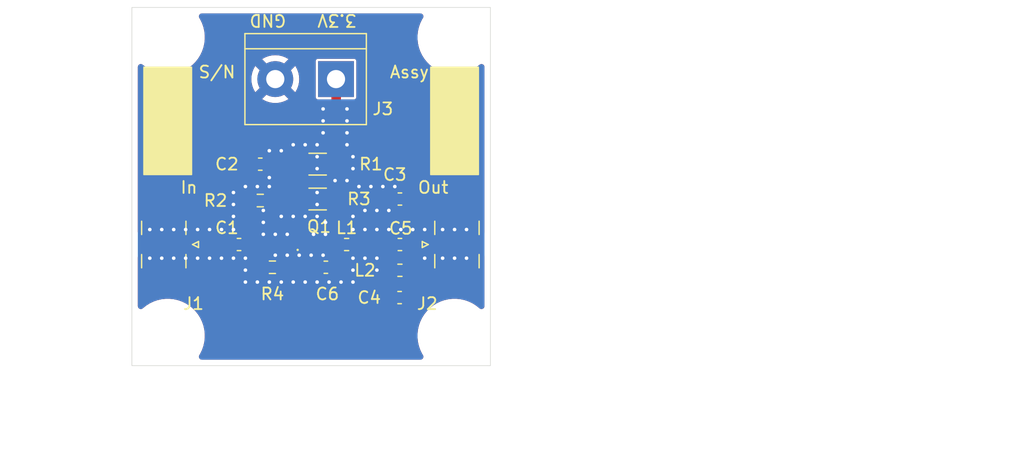
<source format=kicad_pcb>
(kicad_pcb (version 20240108) (generator "pcbnew") (generator_version "8.0")
  (title_block (title "Amplificador TX") (date "2025-01-09") (rev "v1.2") (company "Cotti Nicolas Gabriel") (comment 1 "ncotti@frba.utn.edu.ar"))
  (layers (0 "F.Cu" signal) (31 "B.Cu" signal) (34 "B.Paste" user) (35 "F.Paste" user) (36 "B.SilkS" user "B.Silkscreen") (37 "F.SilkS" user "F.Silkscreen") (38 "B.Mask" user) (39 "F.Mask" user) (44 "Edge.Cuts" user))
  (net 0 "")
  (net 1 "Net-(Q1-B)")
  (net 2 "Net-(J1-In)")
  (net 3 "GND")
  (net 4 "Net-(C2-Pad1)")
  (net 5 "Net-(Q1-C)")
  (net 6 "Net-(C4-Pad2)")
  (net 7 "Net-(C5-Pad1)")
  (net 8 "Net-(J2-In)")
  (net 9 "Net-(C6-Pad1)")
  (net 10 "+3.3V")
  (footprint "Capacitor_SMD:C_0603_1608Metric_Pad1.08x0.95mm_HandSolder" (layer "F.Cu") (at 110.744 103.124 180)
    (property "Reference" "C2" (at 2.794 0 0) (layer "F.SilkS"))
    (property "Value" "220nF")
    (fp_line (start -0.146267 0.51) (end 0.146267 0.51) (stroke (width 0.12)) (layer "F.SilkS"))
    (fp_line (start -0.146267 -0.51) (end 0.146267 -0.51) (stroke (width 0.12)) (layer "F.SilkS"))
    (pad "1" smd roundrect (at -0.8625 0 180) (size 1.075 0.95) (layers "F.Cu" "F.Paste" "F.Mask") (net 4 "Net-(C2-Pad1)"))
    (pad "2" smd roundrect (at 0.8625 0 180) (size 1.075 0.95) (layers "F.Cu" "F.Paste" "F.Mask") (net 3 "GND"))
  )
  (footprint "Resistor_SMD:R_1206_3216Metric_Pad1.30x1.75mm_HandSolder" (layer "F.Cu") (at 115.544 103.124)
    (property "Reference" "R1" (at 4.456 0 0) (layer "F.SilkS"))
    (property "Value" "47R")
    (fp_line (start -0.727064 -0.91) (end 0.727064 -0.91) (stroke (width 0.12)) (layer "F.SilkS"))
    (fp_line (start -0.727064 0.91) (end 0.727064 0.91) (stroke (width 0.12)) (layer "F.SilkS"))
    (pad "1" smd roundrect (at -1.55 0) (size 1.3 1.75) (layers "F.Cu" "F.Paste" "F.Mask") (roundrect_rratio 0.192308) (net 4 "Net-(C2-Pad1)"))
    (pad "2" smd roundrect (at 1.55 0) (size 1.3 1.75) (layers "F.Cu" "F.Paste" "F.Mask") (roundrect_rratio 0.192308) (net 10 "+3.3V"))
  )
  (footprint "Capacitor_SMD:C_0603_1608Metric_Pad1.08x0.95mm_HandSolder" (layer "F.Cu") (at 116.2315 111.76)
    (property "Reference" "C6" (at 0.127 2.24 0) (layer "F.SilkS"))
    (property "Value" "220nF")
    (fp_line (start -0.146267 -0.51) (end 0.146267 -0.51) (stroke (width 0.12)) (layer "F.SilkS"))
    (fp_line (start -0.146267 0.51) (end 0.146267 0.51) (stroke (width 0.12)) (layer "F.SilkS"))
    (pad "1" smd roundrect (at -0.8625 0) (size 1.075 0.95) (layers "F.Cu" "F.Paste" "F.Mask") (net 9 "Net-(C6-Pad1)"))
    (pad "2" smd roundrect (at 0.8625 0) (size 1.075 0.95) (layers "F.Cu" "F.Paste" "F.Mask") (net 5 "Net-(Q1-C)"))
  )
  (footprint "Inductor_SMD:L_0603_1608Metric_Pad1.05x0.95mm_HandSolder" (layer "F.Cu") (at 117.969 109.855)
    (property "Reference" "L1" (at 0 -1.397 0) (layer "F.SilkS"))
    (property "Value" "22nH")
    (fp_line (start -0.171267 -0.51) (end 0.171267 -0.51) (stroke (width 0.12)) (layer "F.SilkS"))
    (fp_line (start -0.171267 0.51) (end 0.171267 0.51) (stroke (width 0.12)) (layer "F.SilkS"))
    (pad "1" smd roundrect (at -0.875 0) (size 1.05 0.95) (layers "F.Cu" "F.Paste" "F.Mask") (net 5 "Net-(Q1-C)"))
    (pad "2" smd roundrect (at 0.875 0) (size 1.05 0.95) (layers "F.Cu" "F.Paste" "F.Mask") (net 7 "Net-(C5-Pad1)"))
  )
  (footprint "Connector_Coaxial:SMA_Samtec_SMA-J-P-X-ST-EM1_EdgeMount" (layer "F.Cu") (at 127.054 109.855 90)
    (property "Reference" "J2" (at -4.953 -2.34 180) (layer "F.SilkS"))
    (property "Value" "Conn_Coaxial")
    (fp_line (start 0.25 -2.76) (end -0.25 -2.76) (stroke (width 0.12)) (layer "F.SilkS"))
    (fp_line (start -0.25 -2.76) (end 0 -2.26) (stroke (width 0.12)) (layer "F.SilkS"))
    (fp_line (start 0 -2.26) (end 0.25 -2.76) (stroke (width 0.12)) (layer "F.SilkS"))
    (fp_line (start 0.84 -1.71) (end 1.95 -1.71) (stroke (width 0.12)) (layer "F.SilkS"))
    (fp_line (start -1.95 -1.71) (end -0.84 -1.71) (stroke (width 0.12)) (layer "F.SilkS"))
    (fp_line (start 0.84 2) (end 1.95 2) (stroke (width 0.12)) (layer "F.SilkS"))
    (fp_line (start -1.95 2) (end -0.84 2) (stroke (width 0.12)) (layer "F.SilkS"))
    (pad "1" smd rect (at 0 0.2 90) (size 1.27 3.6) (layers "F.Cu" "F.Paste" "F.Mask") (net 8 "Net-(J2-In)"))
    (pad "2" smd rect (at -2.825 0 90) (size 1.35 4.2) (layers "F.Cu" "F.Paste" "F.Mask") (net 3 "GND"))
    (pad "2" smd rect (at -2.825 0 90) (size 1.35 4.2) (layers "B.Cu" "B.Paste" "B.Mask") (net 3 "GND"))
    (pad "2" smd rect (at 2.825 0 90) (size 1.35 4.2) (layers "F.Cu" "F.Paste" "F.Mask") (net 3 "GND"))
    (pad "2" smd rect (at 2.825 0 90) (size 1.35 4.2) (layers "B.Cu" "B.Paste" "B.Mask") (net 3 "GND"))
  )
  (footprint "Capacitor_SMD:C_0603_1608Metric_Pad1.08x0.95mm_HandSolder" (layer "F.Cu") (at 122.428 109.855)
    (property "Reference" "C5" (at 0.072 -1.355 0) (layer "F.SilkS"))
    (property "Value" "1uF")
    (fp_line (start -0.146267 -0.51) (end 0.146267 -0.51) (stroke (width 0.12)) (layer "F.SilkS"))
    (fp_line (start -0.146267 0.51) (end 0.146267 0.51) (stroke (width 0.12)) (layer "F.SilkS"))
    (pad "1" smd roundrect (at -0.8625 0) (size 1.075 0.95) (layers "F.Cu" "F.Paste" "F.Mask") (net 7 "Net-(C5-Pad1)"))
    (pad "2" smd roundrect (at 0.8625 0) (size 1.075 0.95) (layers "F.Cu" "F.Paste" "F.Mask") (net 8 "Net-(J2-In)"))
  )
  (footprint "Resistor_SMD:R_0603_1608Metric_Pad0.98x0.95mm_HandSolder" (layer "F.Cu") (at 111.76 111.76 180)
    (property "Reference" "R4" (at 0 -2.24 0) (layer "F.SilkS"))
    (property "Value" "910R")
    (fp_line (start -0.254724 0.5225) (end 0.254724 0.5225) (stroke (width 0.12)) (layer "F.SilkS"))
    (fp_line (start -0.254724 -0.5225) (end 0.254724 -0.5225) (stroke (width 0.12)) (layer "F.SilkS"))
    (pad "1" smd roundrect (at -0.9125 0 180) (size 0.975 0.95) (layers "F.Cu" "F.Paste" "F.Mask") (net 9 "Net-(C6-Pad1)"))
    (pad "2" smd roundrect (at 0.9125 0 180) (size 0.975 0.95) (layers "F.Cu" "F.Paste" "F.Mask") (net 1 "Net-(Q1-B)"))
  )
  (footprint "Connector_Coaxial:SMA_Samtec_SMA-J-P-X-ST-EM1_EdgeMount" (layer "F.Cu") (at 102.816 109.855 -90)
    (property "Reference" "J1" (at 4.953 -2.34 180) (layer "F.SilkS"))
    (property "Value" "Conn_Coaxial")
    (fp_line (start -1.95 2) (end -0.84 2) (stroke (width 0.12)) (layer "F.SilkS"))
    (fp_line (start 0.84 2) (end 1.95 2) (stroke (width 0.12)) (layer "F.SilkS"))
    (fp_line (start -1.95 -1.71) (end -0.84 -1.71) (stroke (width 0.12)) (layer "F.SilkS"))
    (fp_line (start 0.84 -1.71) (end 1.95 -1.71) (stroke (width 0.12)) (layer "F.SilkS"))
    (fp_line (start 0 -2.26) (end 0.25 -2.76) (stroke (width 0.12)) (layer "F.SilkS"))
    (fp_line (start -0.25 -2.76) (end 0 -2.26) (stroke (width 0.12)) (layer "F.SilkS"))
    (fp_line (start 0.25 -2.76) (end -0.25 -2.76) (stroke (width 0.12)) (layer "F.SilkS"))
    (pad "1" smd rect (at 0 0.2 270) (size 1.27 3.6) (layers "F.Cu" "F.Paste" "F.Mask") (net 2 "Net-(J1-In)"))
    (pad "2" smd rect (at -2.825 0 270) (size 1.35 4.2) (layers "F.Cu" "F.Paste" "F.Mask") (net 3 "GND"))
    (pad "2" smd rect (at -2.825 0 270) (size 1.35 4.2) (layers "B.Cu" "B.Paste" "B.Mask") (net 3 "GND"))
    (pad "2" smd rect (at 2.825 0 270) (size 1.35 4.2) (layers "F.Cu" "F.Paste" "F.Mask") (net 3 "GND"))
    (pad "2" smd rect (at 2.825 0 270) (size 1.35 4.2) (layers "B.Cu" "B.Paste" "B.Mask") (net 3 "GND"))
  )
  (footprint "TerminalBlock:TerminalBlock_bornier-2_P5.08mm" (layer "F.Cu") (at 117.08 96 180)
    (property "Reference" "J3" (at -3.92 -2.5 180) (layer "F.SilkS"))
    (property "Value" "Screw_Terminal_01x02")
    (fp_line (start 7.62 3.81) (end 7.62 -3.81) (stroke (width 0.12)) (layer "F.SilkS"))
    (fp_line (start 7.62 2.54) (end -2.54 2.54) (stroke (width 0.12)) (layer "F.SilkS"))
    (fp_line (start 7.62 -3.81) (end -2.54 -3.81) (stroke (width 0.12)) (layer "F.SilkS"))
    (fp_line (start -2.54 3.81) (end 7.62 3.81) (stroke (width 0.12)) (layer "F.SilkS"))
    (fp_line (start -2.54 -3.81) (end -2.54 3.81) (stroke (width 0.12)) (layer "F.SilkS"))
    (pad "1" thru_hole rect (at 0 0 180) (size 3 3) (drill 1.52) (layers "*.Cu" "*.Mask") (net 10 "+3.3V"))
    (pad "2" thru_hole circle (at 5.08 0 180) (size 3 3) (drill 1.52) (layers "*.Cu" "*.Mask") (net 3 "GND"))
  )
  (footprint "Capacitor_SMD:C_0603_1608Metric_Pad1.08x0.95mm_HandSolder" (layer "F.Cu") (at 108.9665 109.855)
    (property "Reference" "C1" (at -1.0165 -1.397 0) (layer "F.SilkS"))
    (property "Value" "1uF")
    (fp_line (start -0.146267 -0.51) (end 0.146267 -0.51) (stroke (width 0.12)) (layer "F.SilkS"))
    (fp_line (start -0.146267 0.51) (end 0.146267 0.51) (stroke (width 0.12)) (layer "F.SilkS"))
    (pad "1" smd roundrect (at -0.8625 0) (size 1.075 0.95) (layers "F.Cu" "F.Paste" "F.Mask") (net 2 "Net-(J1-In)"))
    (pad "2" smd roundrect (at 0.8625 0) (size 1.075 0.95) (layers "F.Cu" "F.Paste" "F.Mask") (net 1 "Net-(Q1-B)"))
  )
  (footprint "Inductor_SMD:L_0603_1608Metric_Pad1.05x0.95mm_HandSolder" (layer "F.Cu") (at 122.428 112.014)
    (property "Reference" "L2" (at -2.928 0 0) (layer "F.SilkS"))
    (property "Value" "9.1nH")
    (fp_line (start -0.171267 -0.51) (end 0.171267 -0.51) (stroke (width 0.12)) (layer "F.SilkS"))
    (fp_line (start -0.171267 0.51) (end 0.171267 0.51) (stroke (width 0.12)) (layer "F.SilkS"))
    (pad "1" smd roundrect (at -0.875 0) (size 1.05 0.95) (layers "F.Cu" "F.Paste" "F.Mask") (net 7 "Net-(C5-Pad1)"))
    (pad "2" smd roundrect (at 0.875 0) (size 1.05 0.95) (layers "F.Cu" "F.Paste" "F.Mask") (net 6 "Net-(C4-Pad2)"))
  )
  (footprint "MountingHole:MountingHole_3.2mm_M3_ISO7380" (layer "F.Cu") (at 103 92.5)
    (property "Reference" "H1" (hide yes))
    (property "Value" "M3")
    (pad "" np_thru_hole circle (at 0 0) (size 3.2 3.2) (drill 3.2) (layers "F&B.Cu" "*.Mask") (clearance 1.5))
  )
  (footprint "Resistor_SMD:R_0603_1608Metric_Pad0.98x0.95mm_HandSolder" (layer "F.Cu") (at 110.744 106.172)
    (property "Reference" "R2" (at -3.744 0 0) (layer "F.SilkS"))
    (property "Value" "39k")
    (fp_line (start -0.254724 -0.5225) (end 0.254724 -0.5225) (stroke (width 0.12)) (layer "F.SilkS"))
    (fp_line (start -0.254724 0.5225) (end 0.254724 0.5225) (stroke (width 0.12)) (layer "F.SilkS"))
    (pad "1" smd roundrect (at -0.9125 0) (size 0.975 0.95) (layers "F.Cu" "F.Paste" "F.Mask") (net 1 "Net-(Q1-B)"))
    (pad "2" smd roundrect (at 0.9125 0) (size 0.975 0.95) (layers "F.Cu" "F.Paste" "F.Mask") (net 4 "Net-(C2-Pad1)"))
  )
  (footprint "MountingHole:MountingHole_3.2mm_M3_ISO7380" (layer "F.Cu") (at 127 92.5)
    (property "Reference" "H2" (hide yes))
    (property "Value" "M3")
    (pad "" np_thru_hole circle (at 0 0) (size 3.2 3.2) (drill 3.2) (layers "F&B.Cu" "*.Mask") (clearance 1.5))
  )
  (footprint "Capacitor_SMD:C_0603_1608Metric_Pad1.08x0.95mm_HandSolder" (layer "F.Cu") (at 122.4015 114.3)
    (property "Reference" "C4" (at -2.54 0 0) (layer "F.SilkS"))
    (property "Value" "4.7pF")
    (fp_line (start -0.146267 -0.51) (end 0.146267 -0.51) (stroke (width 0.12)) (layer "F.SilkS"))
    (fp_line (start -0.146267 0.51) (end 0.146267 0.51) (stroke (width 0.12)) (layer "F.SilkS"))
    (pad "1" smd roundrect (at -0.8625 0) (size 1.075 0.95) (layers "F.Cu" "F.Paste" "F.Mask") (net 3 "GND"))
    (pad "2" smd roundrect (at 0.8625 0) (size 1.075 0.95) (layers "F.Cu" "F.Paste" "F.Mask") (net 6 "Net-(C4-Pad2)"))
  )
  (footprint "Capacitor_SMD:C_0603_1608Metric_Pad1.08x0.95mm_HandSolder" (layer "F.Cu") (at 122.428 106.045 180)
    (property "Reference" "C3" (at 0.428 2.045 0) (layer "F.SilkS"))
    (property "Value" "8.2pF")
    (fp_line (start -0.146267 0.51) (end 0.146267 0.51) (stroke (width 0.12)) (layer "F.SilkS"))
    (fp_line (start -0.146267 -0.51) (end 0.146267 -0.51) (stroke (width 0.12)) (layer "F.SilkS"))
    (pad "1" smd roundrect (at -0.8625 0 180) (size 1.075 0.95) (layers "F.Cu" "F.Paste" "F.Mask") (net 3 "GND"))
    (pad "2" smd roundrect (at 0.8625 0 180) (size 1.075 0.95) (layers "F.Cu" "F.Paste" "F.Mask") (net 5 "Net-(Q1-C)"))
  )
  (footprint "Resistor_SMD:R_1206_3216Metric_Pad1.30x1.75mm_HandSolder" (layer "F.Cu") (at 115.544 106.045 180)
    (property "Reference" "R3" (at -3.455 0 0) (layer "F.SilkS"))
    (property "Value" "160R")
    (fp_line (start -0.727064 0.91) (end 0.727064 0.91) (stroke (width 0.12)) (layer "F.SilkS"))
    (fp_line (start -0.727064 -0.91) (end 0.727064 -0.91) (stroke (width 0.12)) (layer "F.SilkS"))
    (pad "1" smd roundrect (at -1.55 0 180) (size 1.3 1.75) (layers "F.Cu" "F.Paste" "F.Mask") (roundrect_rratio 0.192308) (net 5 "Net-(Q1-C)"))
    (pad "2" smd roundrect (at 1.55 0 180) (size 1.3 1.75) (layers "F.Cu" "F.Paste" "F.Mask") (roundrect_rratio 0.192308) (net 4 "Net-(C2-Pad1)"))
  )
  (footprint "MountingHole:MountingHole_3.2mm_M3_ISO7380" (layer "F.Cu") (at 127 117.5)
    (property "Reference" "H4" (hide yes))
    (property "Value" "M3")
    (pad "" np_thru_hole circle (at 0 0) (size 3.2 3.2) (drill 3.2) (layers "F&B.Cu" "*.Mask") (clearance 1.5))
  )
  (footprint "MountingHole:MountingHole_3.2mm_M3_ISO7380" (layer "F.Cu") (at 103 117.5)
    (property "Reference" "H3" (hide yes))
    (property "Value" "M3")
    (pad "" np_thru_hole circle (at 0 0) (size 3.2 3.2) (drill 3.2) (layers "F&B.Cu" "*.Mask") (clearance 1.5))
  )
  (footprint "vlc:TSLP-3-9" (layer "F.Cu") (at 114.06135 109.555 90)
    (property "Reference" "Q1" (at 0.6144 0.49265 0) (layer "F.SilkS") (effects (justify left bottom)))
    (property "Value" "BFR740L3RH")
    (fp_circle (center -0.75 -0.18775) (end -0.7 -0.18775) (stroke (width 0.1)) (fill none) (layer "F.SilkS"))
    (pad "1" smd rect (at -0.3 -0.18725 90) (size 0.35 0.225) (layers "F.Cu" "F.Paste") (net 1 "Net-(Q1-B)") (clearance 0.15))
    (pad "2" smd rect (at -0.3 0.18725 90) (size 0.35 0.225) (layers "F.Cu" "F.Paste") (net 5 "Net-(Q1-C)") (clearance 0.15))
    (pad "3" smd rect (at 0.3 0.00025 90) (size 0.45 0.6) (layers "F.Cu" "F.Paste") (net 3 "GND"))
  )
  (gr_poly (pts (xy 115.196022 109.577521) (xy 114.647312 109.83848) (xy 115.196022 110.136321)) (stroke (width 0.2)) (fill solid) (layer "F.Cu") (net 5))
  (gr_poly (pts (xy 112.8678 110.1344) (xy 113.41651 109.873441) (xy 112.8678 109.5756)) (stroke (width 0.2)) (fill solid) (layer "F.Cu") (net 1))
  (gr_rect (start 125 95) (end 129 104) (stroke (width 0.1)) (fill solid) (layer "F.SilkS"))
  (gr_rect (start 101 95) (end 105 104) (stroke (width 0.1)) (fill solid) (layer "F.SilkS"))
  (gr_rect (start 100 90) (end 130 120) (stroke (width 0.05)) (fill none) (layer "Edge.Cuts"))
  (gr_text "3.3V" (at 118.872 90.5 180) (layer "F.SilkS") (effects (font (size 1 1)) (justify left bottom)))
  (gr_text "S/N" (at 105.5 96 0) (layer "F.SilkS") (effects (font (size 1 1)) (justify left bottom)))
  (gr_text "In" (at 103.9876 105.664 0) (layer "F.SilkS") (effects (font (size 1 1)) (justify left bottom)))
  (gr_text "GND" (at 113 90.5 180) (layer "F.SilkS") (effects (font (size 1 1)) (justify left bottom)))
  (gr_text "Out" (at 123.8504 105.664 0) (layer "F.SilkS") (effects (font (size 1 1)) (justify left bottom)))
  (gr_text "Assy" (at 121.5 96 0) (layer "F.SilkS") (effects (font (size 1 1)) (justify left bottom)))
  (segment (start 109.8315 106.172) (end 109.8315 109.8525) (width 0.8) (layer "F.Cu") (net 1))
  (segment (start 111.604 109.858) (end 111.607 109.855) (width 0.8) (layer "F.Cu") (net 1))
  (segment (start 111.099 109.855) (end 111.607 109.855) (width 0.8) (layer "F.Cu") (net 1))
  (segment (start 109.8315 109.8525) (end 109.829 109.855) (width 0.8) (layer "F.Cu") (net 1))
  (segment (start 110.8475 111.76) (end 110.8475 110.1065) (width 0.8) (layer "F.Cu") (net 1))
  (segment (start 110.8475 110.1065) (end 111.099 109.855) (width 0.8) (layer "F.Cu") (net 1))
  (segment (start 111.607 109.855) (end 112.75 109.855) (width 0.8) (layer "F.Cu") (net 1))
  (segment (start 113.8741 109.855) (end 112.75 109.855) (width 0.2) (layer "F.Cu") (net 1))
  (segment (start 111.099 109.855) (end 109.829 109.855) (width 0.8) (layer "F.Cu") (net 1))
  (segment (start 108.104 109.855) (end 102.616 109.855) (width 0.8) (layer "F.Cu") (net 2))
  (via (at 105.5 111) (size 0.5) (drill 0.3) (layers "F.Cu" "B.Cu") (net 3))
  (via (at 120.5 111) (size 0.5) (drill 0.3) (layers "F.Cu" "B.Cu") (net 3))
  (via (at 119 105) (size 0.5) (drill 0.3) (layers "F.Cu" "B.Cu") (net 3))
  (via (at 113.5 107.5) (size 0.5) (drill 0.3) (layers "F.Cu" "B.Cu") (net 3))
  (via (at 103.5 108.6) (size 0.5) (drill 0.3) (layers "F.Cu" "B.Cu") (net 3))
  (via (at 108.5 107.5) (size 0.5) (drill 0.3) (layers "F.Cu" "B.Cu") (net 3))
  (via (at 115.2 109) (size 0.5) (drill 0.3) (layers "F.Cu" "B.Cu") (net 3))
  (via (at 126 111) (size 0.5) (drill 0.3) (layers "F.Cu" "B.Cu") (net 3))
  (via (at 118 100.5) (size 0.5) (drill 0.3) (layers "F.Cu" "B.Cu") (net 3))
  (via (at 116.2 108) (size 0.5) (drill 0.3) (layers "F.Cu" "B.Cu") (net 3))
  (via (at 111.5 104.25) (size 0.5) (drill 0.3) (layers "F.Cu" "B.Cu") (net 3))
  (via (at 114.5 113) (size 0.5) (drill 0.3) (layers "F.Cu" "B.Cu") (net 3))
  (via (at 118 98.5) (size 0.5) (drill 0.3) (layers "F.Cu" "B.Cu") (net 3))
  (via (at 127 108.6) (size 0.5) (drill 0.3) (layers "F.Cu" "B.Cu") (net 3))
  (via (at 102.5 111) (size 0.5) (drill 0.3) (layers "F.Cu" "B.Cu") (net 3))
  (via (at 122 105) (size 0.5) (drill 0.3) (layers "F.Cu" "B.Cu") (net 3))
  (via (at 118.5 112) (size 0.5) (drill 0.3) (layers "F.Cu" "B.Cu") (net 3))
  (via (at 115.5 101.5) (size 0.5) (drill 0.3) (layers "F.Cu" "B.Cu") (net 3))
  (via (at 120 105) (size 0.5) (drill 0.3) (layers "F.Cu" "B.Cu") (net 3))
  (via (at 115.5 105.5) (size 0.5) (drill 0.3) (layers "F.Cu" "B.Cu") (net 3))
  (via (at 118.5 113) (size 0.5) (drill 0.3) (layers "F.Cu" "B.Cu") (net 3))
  (via (at 117.5 113) (size 0.5) (drill 0.3) (layers "F.Cu" "B.Cu") (net 3))
  (via (at 107.5 108.6) (size 0.5) (drill 0.3) (layers "F.Cu" "B.Cu") (net 3))
  (via (at 101.5 108.6) (size 0.5) (drill 0.3) (layers "F.Cu" "B.Cu") (net 3))
  (via (at 113 110.75) (size 0.5) (drill 0.3) (layers "F.Cu" "B.Cu") (net 3))
  (via (at 119.5 111) (size 0.5) (drill 0.3) (layers "F.Cu" "B.Cu") (net 3))
  (via (at 113.5 101.5) (size 0.5) (drill 0.3) (layers "F.Cu" "B.Cu") (net 3))
  (via (at 112.5 113) (size 0.5) (drill 0.3) (layers "F.Cu" "B.Cu") (net 3))
  (via (at 123.5 108.6) (size 0.5) (drill 0.3) (layers "F.Cu" "B.Cu") (net 3))
  (via (at 101.5 111) (size 0.5) (drill 0.3) (layers "F.Cu" "B.Cu") (net 3))
  (via (at 111 108) (size 0.5) (drill 0.3) (layers "F.Cu" "B.Cu") (net 3))
  (via (at 114 110.75) (size 0.5) (drill 0.3) (layers "F.Cu" "B.Cu") (net 3))
  (via (at 111.5 102) (size 0.5) (drill 0.3) (layers "F.Cu" "B.Cu") (net 3))
  (via (at 114.5 101.5) (size 0.5) (drill 0.3) (layers "F.Cu" "B.Cu") (net 3))
  (via (at 108.5 111) (size 0.5) (drill 0.3) (layers "F.Cu" "B.Cu") (net 3))
  (via (at 119.5 108.6) (size 0.5) (drill 0.3) (layers "F.Cu" "B.Cu") (net 3))
  (via (at 115.5 113) (size 0.5) (drill 0.3) (layers "F.Cu" "B.Cu") (net 3))
  (via (at 112.5 102) (size 0.5) (drill 0.3) (layers "F.Cu" "B.Cu") (net 3))
  (via (at 118.5 111) (size 0.5) (drill 0.3) (layers "F.Cu" "B.Cu") (net 3))
  (via (at 116.2 109) (size 0.5) (drill 0.3) (layers "F.Cu" "B.Cu") (net 3))
  (via (at 106.5 111) (size 0.5) (drill 0.3) (layers "F.Cu" "B.Cu") (net 3))
  (via (at 117 104.5) (size 0.5) (drill 0.3) (layers "F.Cu" "B.Cu") (net 3))
  (via (at 108.5 105.5) (size 0.5) (drill 0.3) (layers "F.Cu" "B.Cu") (net 3))
  (via (at 126 108.6) (size 0.5) (drill 0.3) (layers "F.Cu" "B.Cu") (net 3))
  (via (at 124.5 111) (size 0.5) (drill 0.3) (layers "F.Cu" "B.Cu") (net 3))
  (via (at 127 111) (size 0.5) (drill 0.3) (layers "F.Cu" "B.Cu") (net 3))
  (via (at 105.5 108.6) (size 0.5) (drill 0.3) (layers "F.Cu" "B.Cu") (net 3))
  (via (at 109.5 112) (size 0.5) (drill 0.3) (layers "F.Cu" "B.Cu") (net 3))
  (via (at 113.5 113) (size 0.5) (drill 0.3) (layers "F.Cu" "B.Cu") (net 3))
  (via (at 108.5 106.5) (size 0.5) (drill 0.3) (layers "F.Cu" "B.Cu") (net 3))
  (via (at 106.5 108.6) (size 0.5) (drill 0.3) (layers "F.Cu" "B.Cu") (net 3))
  (via (at 118.5 103.5) (size 0.5) (drill 0.3) (layers "F.Cu" "B.Cu") (net 3))
  (via (at 121.5 108.6) (size 0.5) (drill 0.3) (layers "F.Cu" "B.Cu") (net 3))
  (via (at 112 110.75) (size 0.5) (drill 0.3) (layers "F.Cu" "B.Cu") (net 3))
  (via (at 115.5 106.5) (size 0.5) (drill 0.3) (layers "F.Cu" "B.Cu") (net 3))
  (via (at 120.5 112) (size 0.5) (drill 0.3) (layers "F.Cu" "B.Cu") (net 3))
  (via (at 121.5 107) (size 0.5) (drill 0.3) (layers "F.Cu" "B.Cu") (net 3))
  (via (at 122.5 108.6) (size 0.5) (drill 0.3) (layers "F.Cu" "B.Cu") (net 3))
  (via (at 118.5 107.5) (size 0.5) (drill 0.3) (layers "F.Cu" "B.Cu") (net 3))
  (via (at 107.5 111) (size 0.5) (drill 0.3) (layers "F.Cu" "B.Cu") (net 3))
  (via (at 112.5 107.5) (size 0.5) (drill 0.3) (layers "F.Cu" "B.Cu") (net 3))
  (via (at 116.5 113) (size 0.5) (drill 0.3) (layers "F.Cu" "B.Cu") (net 3))
  (via (at 108.5 108.6) (size 0.5) (drill 0.3) (layers "F.Cu" "B.Cu") (net 3))
  (via (at 115.5 107.5) (size 0.5) (drill 0.3) (layers "F.Cu" "B.Cu") (net 3))
  (via (at 116 99.5) (size 0.5) (drill 0.3) (layers "F.Cu" "B.Cu") (net 3))
  (via (at 120.5 108.6) (size 0.5) (drill 0.3) (layers "F.Cu" "B.Cu") (net 3))
  (via (at 102.5 108.6) (size 0.5) (drill 0.3) (layers "F.Cu" "B.Cu") (net 3))
  (via (at 111 107) (size 0.5) (drill 0.3) (layers "F.Cu" "B.Cu") (net 3))
  (via (at 104.5 108.6) (size 0.5) (drill 0.3) (layers "F.Cu" "B.Cu") (net 3))
  (via (at 113 109) (size 0.5) (drill 0.3) (layers "F.Cu" "B.Cu") (net 3))
  (via (at 116 100.5) (size 0.5) (drill 0.3) (layers "F.Cu" "B.Cu") (net 3))
  (via (at 109.5 111) (size 0.5) (drill 0.3) (layers "F.Cu" "B.Cu") (net 3))
  (via (at 111 109) (size 0.5) (drill 0.3) (layers "F.Cu" "B.Cu") (net 3))
  (via (at 116 98.5) (size 0.5) (drill 0.3) (layers "F.Cu" "B.Cu") (net 3))
  (via (at 119.5 107) (size 0.5) (drill 0.3) (layers "F.Cu" "B.Cu") (net 3))
  (via (at 104.5 111) (size 0.5) (drill 0.3) (layers "F.Cu" "B.Cu") (net 3))
  (via (at 121 105) (size 0.5) (drill 0.3) (layers "F.Cu" "B.Cu") (net 3))
  (via (at 112 109) (size 0.5) (drill 0.3) (layers "F.Cu" "B.Cu") (net 3))
  (via (at 109.5 113) (size 0.5) (drill 0.3) (layers "F.Cu" "B.Cu") (net 3))
  (via (at 118.5 108.6) (size 0.5) (drill 0.3) (layers "F.Cu" "B.Cu") (net 3))
  (via (at 118 101.5) (size 0.5) (drill 0.3) (layers "F.Cu" "B.Cu") (net 3))
  (via (at 118 104.5) (size 0.5) (drill 0.3) (layers "F.Cu" "B.Cu") (net 3))
  (via (at 111.5 113) (size 0.5) (drill 0.3) (layers "F.Cu" "B.Cu") (net 3))
  (via (at 124.5 108.6) (size 0.5) (drill 0.3) (layers "F.Cu" "B.Cu") (net 3))
  (via (at 128 111) (size 0.5) (drill 0.3) (layers "F.Cu" "B.Cu") (net 3))
  (via (at 118 99.5) (size 0.5) (drill 0.3) (layers "F.Cu" "B.Cu") (net 3))
  (via (at 120.5 107) (size 0.5) (drill 0.3) (layers "F.Cu" "B.Cu") (net 3))
  (via (at 115.5 102.5) (size 0.5) (drill 0.3) (layers "F.Cu" "B.Cu") (net 3))
  (via (at 116 110.75) (size 0.5) (drill 0.3) (layers "F.Cu" "B.Cu") (net 3))
  (via (at 115 110.75) (size 0.5) (drill 0.3) (layers "F.Cu" "B.Cu") (net 3))
  (via (at 111.5 105) (size 0.5) (drill 0.3) (layers "F.Cu" "B.Cu") (net 3))
  (via (at 114.5 107.5) (size 0.5) (drill 0.3) (layers "F.Cu" "B.Cu") (net 3))
  (via (at 110.5 105) (size 0.5) (drill 0.3) (layers "F.Cu" "B.Cu") (net 3))
  (via (at 103.5 111) (size 0.5) (drill 0.3) (layers "F.Cu" "B.Cu") (net 3))
  (via (at 118.5 102.5) (size 0.5) (drill 0.3) (layers "F.Cu" "B.Cu") (net 3))
  (via (at 109.5 105) (size 0.5) (drill 0.3) (layers "F.Cu" "B.Cu") (net 3))
  (via (at 128 108.6) (size 0.5) (drill 0.3) (layers "F.Cu" "B.Cu") (net 3))
  (via (at 110.5 113) (size 0.5) (drill 0.3) (layers "F.Cu" "B.Cu") (net 3))
  (via (at 115.5 103.5) (size 0.5) (drill 0.3) (layers "F.Cu" "B.Cu") (net 3))
  (segment (start 112.776 103.124) (end 113.994 103.124) (width 0.8) (layer "F.Cu") (net 4))
  (segment (start 112.776 103.124) (end 112.776 106.0704) (width 0.8) (layer "F.Cu") (net 4))
  (segment (start 112.6744 106.172) (end 113.867 106.172) (width 0.8) (layer "F.Cu") (net 4))
  (segment (start 111.6065 103.124) (end 112.776 103.124) (width 0.8) (layer "F.Cu") (net 4))
  (segment (start 111.6565 106.172) (end 112.6744 106.172) (width 0.8) (layer "F.Cu") (net 4))
  (segment (start 112.776 106.0704) (end 112.6744 106.172) (width 0.8) (layer "F.Cu") (net 4))
  (segment (start 113.867 106.172) (end 113.994 106.045) (width 0.8) (layer "F.Cu") (net 4))
  (segment (start 117.094 106.045) (end 121.5655 106.045) (width 0.8) (layer "F.Cu") (net 5))
  (segment (start 115.3154 109.855) (end 117.094 109.855) (width 0.8) (layer "F.Cu") (net 5))
  (segment (start 117.094 109.855) (end 117.094 106.045) (width 0.8) (layer "F.Cu") (net 5))
  (segment (start 117.094 111.76) (end 117.094 109.855) (width 0.8) (layer "F.Cu") (net 5))
  (segment (start 114.2486 109.855) (end 115.3154 109.855) (width 0.2) (layer "F.Cu") (net 5))
  (segment (start 123.303 112.014) (end 123.303 114.261) (width 0.8) (layer "F.Cu") (net 6))
  (segment (start 123.303 114.261) (end 123.264 114.3) (width 0.8) (layer "F.Cu") (net 6))
  (segment (start 121.5655 112.0015) (end 121.553 112.014) (width 0.8) (layer "F.Cu") (net 7))
  (segment (start 121.5655 109.855) (end 121.5655 112.0015) (width 0.8) (layer "F.Cu") (net 7))
  (segment (start 118.844 109.855) (end 121.5655 109.855) (width 0.8) (layer "F.Cu") (net 7))
  (segment (start 123.2905 109.855) (end 127.254 109.855) (width 0.8) (layer "F.Cu") (net 8))
  (segment (start 115.369 111.76) (end 112.6725 111.76) (width 0.8) (layer "F.Cu") (net 9))
  (segment (start 117.094 96.014) (end 117.08 96) (width 0.8) (layer "F.Cu") (net 10))
  (segment (start 117.094 103.124) (end 117.094 96.014) (width 0.8) (layer "F.Cu") (net 10))
  (zone (net 3) (net_name "GND") (layer "F.Cu") (priority 1) (connect_pads thru_hole_only (clearance 0.2)) (min_thickness 0.5) (fill yes (thermal_gap 0.5) (thermal_bridge_width 0.8))
    (polygon (pts (xy 100.5 119.5) (xy 100.5 90.5) (xy 129.5 90.5) (xy 129.5 119.5)))
  )
  (zone (net 3) (net_name "GND") (layer "B.Cu") (connect_pads thru_hole_only (clearance 0.2)) (min_thickness 0.5) (fill yes (thermal_gap 0.5) (thermal_bridge_width 0.8))
    (polygon (pts (xy 100.5 90.5) (xy 129.5 90.5) (xy 129.5 119.5) (xy 100.5 119.5)))
  )
)
</source>
